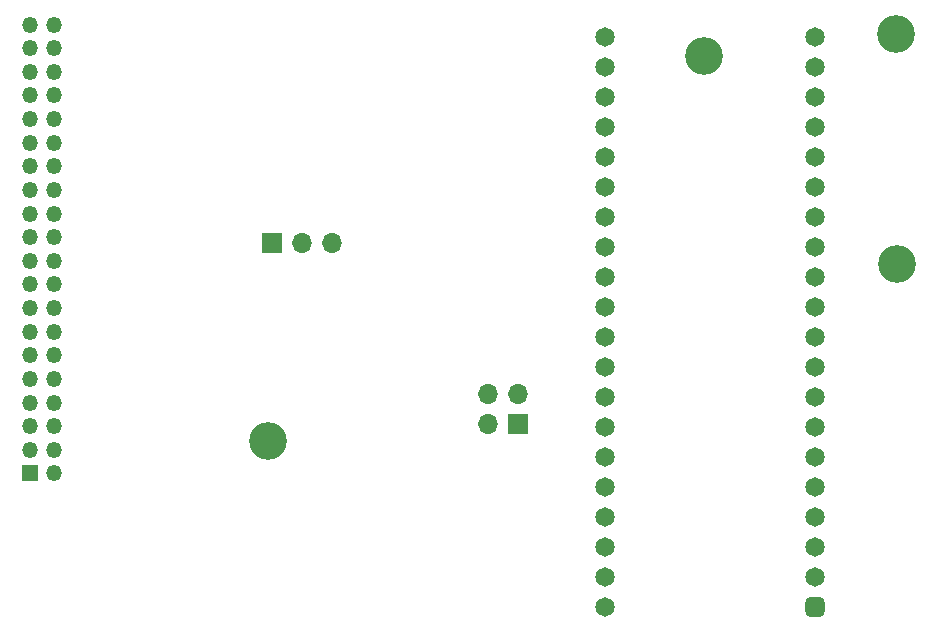
<source format=gbr>
%TF.GenerationSoftware,KiCad,Pcbnew,6.0.5-a6ca702e91~116~ubuntu21.10.1*%
%TF.CreationDate,2023-01-26T06:13:44-07:00*%
%TF.ProjectId,PowerBook,506f7765-7242-46f6-9f6b-2e6b69636164,rev?*%
%TF.SameCoordinates,Original*%
%TF.FileFunction,Soldermask,Bot*%
%TF.FilePolarity,Negative*%
%FSLAX46Y46*%
G04 Gerber Fmt 4.6, Leading zero omitted, Abs format (unit mm)*
G04 Created by KiCad (PCBNEW 6.0.5-a6ca702e91~116~ubuntu21.10.1) date 2023-01-26 06:13:44*
%MOMM*%
%LPD*%
G01*
G04 APERTURE LIST*
G04 Aperture macros list*
%AMRoundRect*
0 Rectangle with rounded corners*
0 $1 Rounding radius*
0 $2 $3 $4 $5 $6 $7 $8 $9 X,Y pos of 4 corners*
0 Add a 4 corners polygon primitive as box body*
4,1,4,$2,$3,$4,$5,$6,$7,$8,$9,$2,$3,0*
0 Add four circle primitives for the rounded corners*
1,1,$1+$1,$2,$3*
1,1,$1+$1,$4,$5*
1,1,$1+$1,$6,$7*
1,1,$1+$1,$8,$9*
0 Add four rect primitives between the rounded corners*
20,1,$1+$1,$2,$3,$4,$5,0*
20,1,$1+$1,$4,$5,$6,$7,0*
20,1,$1+$1,$6,$7,$8,$9,0*
20,1,$1+$1,$8,$9,$2,$3,0*%
G04 Aperture macros list end*
%ADD10RoundRect,0.412500X0.412500X0.412500X-0.412500X0.412500X-0.412500X-0.412500X0.412500X-0.412500X0*%
%ADD11C,1.650000*%
%ADD12R,1.700000X1.700000*%
%ADD13O,1.700000X1.700000*%
%ADD14C,3.200000*%
%ADD15R,1.350000X1.350000*%
%ADD16O,1.350000X1.350000*%
G04 APERTURE END LIST*
D10*
%TO.C,RP1*%
X169468800Y-124104400D03*
D11*
X169468800Y-121564400D03*
X169468800Y-119024400D03*
X169468800Y-116484400D03*
X169468800Y-113944400D03*
X169468800Y-111404400D03*
X169468800Y-108864400D03*
X169468800Y-106324400D03*
X169468800Y-103784400D03*
X169468800Y-101244400D03*
X169468800Y-98704400D03*
X169468800Y-96164400D03*
X169468800Y-93624400D03*
X169468800Y-91084400D03*
X169468800Y-88544400D03*
X169468800Y-86004400D03*
X169468800Y-83464400D03*
X169468800Y-80924400D03*
X169468800Y-78384400D03*
X169468800Y-75844400D03*
X151688800Y-75844400D03*
X151688800Y-78384400D03*
X151688800Y-80924400D03*
X151688800Y-83464400D03*
X151688800Y-86004400D03*
X151688800Y-88544400D03*
X151688800Y-91084400D03*
X151688800Y-93624400D03*
X151688800Y-96164400D03*
X151688800Y-98704400D03*
X151688800Y-101244400D03*
X151688800Y-103784400D03*
X151688800Y-106324400D03*
X151688800Y-108864400D03*
X151688800Y-111404400D03*
X151688800Y-113944400D03*
X151688800Y-116484400D03*
X151688800Y-119024400D03*
X151688800Y-121564400D03*
X151688800Y-124104400D03*
%TD*%
D12*
%TO.C,J1*%
X123494800Y-93268800D03*
D13*
X126034800Y-93268800D03*
X128574800Y-93268800D03*
%TD*%
D14*
%TO.C,H1*%
X123190000Y-110032800D03*
%TD*%
%TO.C,H4*%
X160070800Y-77470000D03*
%TD*%
%TO.C,H5*%
X176326800Y-75539600D03*
%TD*%
%TO.C,H3*%
X176428400Y-95046800D03*
%TD*%
D12*
%TO.C,J4*%
X144373600Y-108610400D03*
D13*
X141833600Y-108610400D03*
X144373600Y-106070400D03*
X141833600Y-106070400D03*
%TD*%
D15*
%TO.C,J2*%
X103073200Y-112776800D03*
D16*
X105073200Y-112776800D03*
X103073200Y-110776800D03*
X105073200Y-110776800D03*
X103073200Y-108776800D03*
X105073200Y-108776800D03*
X103073200Y-106776800D03*
X105073200Y-106776800D03*
X103073200Y-104776800D03*
X105073200Y-104776800D03*
X103073200Y-102776800D03*
X105073200Y-102776800D03*
X103073200Y-100776800D03*
X105073200Y-100776800D03*
X103073200Y-98776800D03*
X105073200Y-98776800D03*
X105073200Y-96776800D03*
X103073200Y-94776800D03*
X105073200Y-94776800D03*
X103073200Y-92776800D03*
X105073200Y-92776800D03*
X103073200Y-90776800D03*
X105073200Y-90776800D03*
X103073200Y-88776800D03*
X105073200Y-88776800D03*
X103073200Y-86776800D03*
X105073200Y-86776800D03*
X103073200Y-84776800D03*
X105073200Y-84776800D03*
X103073200Y-82776800D03*
X105073200Y-82776800D03*
X103073200Y-80776800D03*
X105073200Y-80776800D03*
X103073200Y-78776800D03*
X105073200Y-78776800D03*
X103073200Y-76776800D03*
X105073200Y-76776800D03*
X103073200Y-74776800D03*
X105073200Y-74776800D03*
X103073200Y-96776800D03*
%TD*%
M02*

</source>
